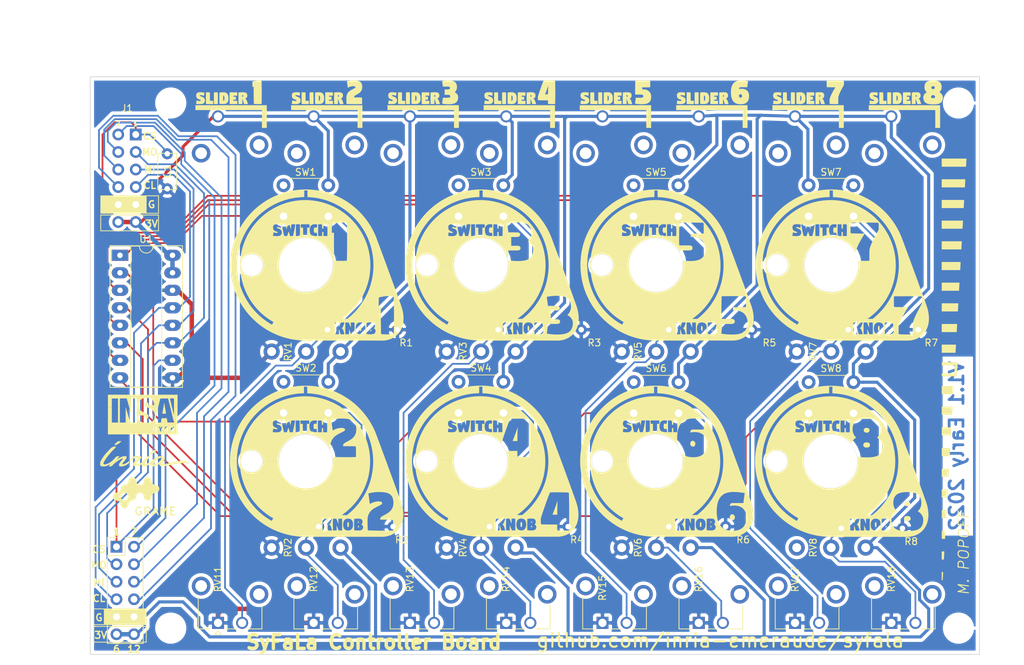
<source format=kicad_pcb>
(kicad_pcb (version 20171130) (host pcbnew 5.1.5+dfsg1-2build2)
  (layers (0 F.Cu signal) (31 B.Cu signal) (34 B.Paste user) (35 F.Paste user) (36 B.SilkS user) (37 F.SilkS user) (38 B.Mask user) (39 F.Mask user) (44 Edge.Cuts user))
  (net 0 "")
  (net 1 "Net-(C1-Pad2)")
  (net 2 VCC)
  (net 3 GND)
  (net 4 "Net-(J1-Pad8)")
  (net 5 "Net-(J1-Pad7)")
  (net 6 "Net-(J1-Pad4)")
  (net 7 "Net-(J1-Pad3)")
  (net 8 "Net-(J1-Pad2)")
  (net 9 "Net-(R1-Pad1)")
  (net 10 "Net-(R2-Pad1)")
  (net 11 "Net-(R3-Pad1)")
  (net 12 "Net-(R4-Pad1)")
  (net 13 "Net-(R5-Pad1)")
  (net 14 "Net-(R6-Pad1)")
  (net 15 "Net-(R7-Pad1)")
  (net 16 "Net-(R8-Pad1)")
  (net 17 "Net-(J1-Pad5)")
  (net 18 "Net-(J1-Pad6)")
  (net 19 "Net-(RV8-Pad3)")
  (module Connector_PinHeader_2.54mm:PinHeader_2x06_P2.54mm_Horizontal (layer F.Cu) (at 43.942 26.924)
    (fp_text reference J1 (at 3.81 -5.08 180) (layer F.SilkS))
    (fp_text value Conn_02x06_Odd_Even)
    (pad 1 thru_hole rect (at 5.08 -1.27) (size 1.7 1.7) (drill 1) (layers *.Cu *.Mask) (net 1 "Net-(C1-Pad2)"))
    (pad 2 thru_hole oval (at 2.54 -1.27) (size 1.7 1.7) (drill 1) (layers *.Cu *.Mask) (net 8 "Net-(J1-Pad2)"))
    (pad 3 thru_hole oval (at 5.08 1.27) (size 1.7 1.7) (drill 1) (layers *.Cu *.Mask) (net 7 "Net-(J1-Pad3)"))
    (pad 4 thru_hole oval (at 2.54 1.27) (size 1.7 1.7) (drill 1) (layers *.Cu *.Mask) (net 6 "Net-(J1-Pad4)"))
    (pad 5 thru_hole oval (at 5.08 3.81) (size 1.7 1.7) (drill 1) (layers *.Cu *.Mask) (net 17 "Net-(J1-Pad5)"))
    (pad 6 thru_hole oval (at 2.54 3.81) (size 1.7 1.7) (drill 1) (layers *.Cu *.Mask) (net 18 "Net-(J1-Pad6)"))
    (pad 7 thru_hole oval (at 5.08 6.35) (size 1.7 1.7) (drill 1) (layers *.Cu *.Mask) (net 5 "Net-(J1-Pad7)"))
    (pad 8 thru_hole oval (at 2.54 6.35) (size 1.7 1.7) (drill 1) (layers *.Cu *.Mask) (net 4 "Net-(J1-Pad8)"))
    (pad 9 thru_hole oval (at 5.08 8.89) (size 1.7 1.7) (drill 1) (layers *.Cu *.Mask) (net 3 GND))
    (pad 10 thru_hole oval (at 2.54 8.89) (size 1.7 1.7) (drill 1) (layers *.Cu *.Mask) (net 3 GND))
    (pad 11 thru_hole oval (at 5.08 11.43) (size 1.7 1.7) (drill 1) (layers *.Cu *.Mask) (net 2 VCC))
    (pad 12 thru_hole oval (at 2.54 11.43) (size 1.7 1.7) (drill 1) (layers *.Cu *.Mask) (net 2 VCC))
  )
  (module MountingHole:MountingHole_8.4mm_M8 (layer F.Cu) (at 149.86 73.0504)
    (fp_text reference REF** hide)
    (fp_text value MountingHole_7.7)
    (pad "" np_thru_hole circle (at 0 0) (size 7.7 7.7) (drill 7.7) (layers *.Cu *.Mask))
  )
  (module MountingHole:MountingHole_8.4mm_M8 (layer F.Cu) (at 124.46 73.0504)
    (fp_text reference REF** hide)
    (fp_text value MountingHole_7.7)
    (pad "" np_thru_hole circle (at 0 0) (size 7.7 7.7) (drill 7.7) (layers *.Cu *.Mask))
  )
  (module MountingHole:MountingHole_8.4mm_M8 (layer F.Cu) (at 99.06 73.0504)
    (fp_text reference REF** hide)
    (fp_text value MountingHole_7.7)
    (pad "" np_thru_hole circle (at 0 0) (size 7.7 7.7) (drill 7.7) (layers *.Cu *.Mask))
  )
  (module MountingHole:MountingHole_8.4mm_M8 (layer F.Cu) (at 73.66 73.1012)
    (fp_text reference REF** hide)
    (fp_text value MountingHole_7.7)
    (pad "" np_thru_hole circle (at 0 0) (size 7.7 7.7) (drill 7.7) (layers *.Cu *.Mask))
  )
  (module MountingHole:MountingHole_8.4mm_M8 (layer F.Cu) (at 149.9616 44.6024)
    (fp_text reference REF** hide)
    (fp_text value MountingHole_7.7)
    (pad "" np_thru_hole circle (at 0 0) (size 7.7 7.7) (drill 7.7) (layers *.Cu *.Mask))
  )
  (module MountingHole:MountingHole_8.4mm_M8 (layer F.Cu) (at 124.5108 44.6024)
    (fp_text reference REF** hide)
    (fp_text value MountingHole_7.7)
    (pad "" np_thru_hole circle (at 0 0) (size 7.7 7.7) (drill 7.7) (layers *.Cu *.Mask))
  )
  (module MountingHole:MountingHole_8.4mm_M8 (layer F.Cu) (at 99.1235 44.577)
    (fp_text reference REF** hide)
    (fp_text value MountingHole_7.7)
    (pad "" np_thru_hole circle (at 0 0) (size 7.7 7.7) (drill 7.7) (layers *.Cu *.Mask))
  )
  (module MountingHole:MountingHole_8.4mm_M8 (layer F.Cu) (at 73.7108 44.577)
    (fp_text reference REF** hide)
    (fp_text value MountingHole_7.7)
    (pad "" np_thru_hole circle (at 0 0) (size 7.7 7.7) (drill 7.7) (layers *.Cu *.Mask))
  )
  (module MountingHole:MountingHole_3.5mm (layer F.Cu) (at 168.402 21.082)
    (fp_text reference REF** hide)
    (fp_text value MountingHole_3.5mm)
    (pad 1 np_thru_hole circle (at 0 0) (size 3.5 3.5) (drill 3.5) (layers *.Cu *.Mask))
  )
  (module MountingHole:MountingHole_3.5mm (layer F.Cu) (at 168.402 97.282)
    (fp_text reference REF** hide)
    (fp_text value MountingHole_3.5mm)
    (pad 1 np_thru_hole circle (at 0 0) (size 3.5 3.5) (drill 3.5) (layers *.Cu *.Mask))
  )
  (module MountingHole:MountingHole_3.5mm (layer F.Cu) (at 54.102 97.282)
    (fp_text reference REF** hide)
    (fp_text value MountingHole_3.5mm)
    (pad 1 np_thru_hole circle (at 0 0) (size 3.5 3.5) (drill 3.5) (layers *.Cu *.Mask))
  )
  (module MountingHole:MountingHole_3.5mm (layer F.Cu) (at 54.102 21.082)
    (fp_text reference REF** hide)
    (fp_text value MountingHole_3.5mm)
    (pad 1 np_thru_hole circle (at 0 0) (size 3.5 3.5) (drill 3.5) (layers *.Cu *.Mask))
  )
  (module grame (layer F.Cu) (at 49.0855 77.6605)
    (fp_text reference svg2mod hide)
    (fp_text value G*** hide)
  )
  (module inria (layer F.Cu) (at 50.2285 72.009)
    (fp_text reference svg2mod hide)
    (fp_text value G*** hide)
  )
  (module INSA (layer F.Cu) (at 50.038 66.294)
    (fp_text reference svg2mod hide)
    (fp_text value G*** hide)
  )
  (module Potentiometer_THT:Potentiometer_Bourns_PTA6043_Single_Slide (layer F.Cu) (at 116.75 96.52 90)
    (fp_text reference RV15 (at 5.08 0 90) (layer F.SilkS))
    (fp_text value 10k)
    (pad 1 thru_hole rect (at 0 0 90) (size 1.75 1.75) (drill 1.2) (layers *.Cu *.Mask) (net 3 GND))
    (pad 2 thru_hole circle (at 0 3.5 90) (size 1.75 1.75) (drill 1.2) (layers *.Cu *.Mask) (net 13 "Net-(R5-Pad1)"))
    (pad 3 thru_hole circle (at 73.5 0 90) (size 1.75 1.75) (drill 1.2) (layers *.Cu *.Mask) (net 2 VCC))
    (pad MP thru_hole circle (at 5.35 -2.45 90) (size 2.7 2.7) (drill 1.7) (layers *.Cu *.Mask))
    (pad MP thru_hole circle (at 68.15 -2.45 90) (size 2.7 2.7) (drill 1.7) (layers *.Cu *.Mask))
    (pad MP thru_hole circle (at 4.15 5.95 90) (size 2.7 2.7) (drill 1.7) (layers *.Cu *.Mask))
    (pad MP thru_hole circle (at 69.35 5.95 90) (size 2.7 2.7) (drill 1.7) (layers *.Cu *.Mask))
  )
  (module Potentiometer_THT:Potentiometer_Bourns_PTA6043_Single_Slide (layer F.Cu) (at 102.78 96.52 90)
    (fp_text reference RV14 (at 6.35 0 90) (layer F.SilkS))
    (fp_text value 10k)
    (pad 1 thru_hole rect (at 0 0 90) (size 1.75 1.75) (drill 1.2) (layers *.Cu *.Mask) (net 3 GND))
    (pad 2 thru_hole circle (at 0 3.5 90) (size 1.75 1.75) (drill 1.2) (layers *.Cu *.Mask) (net 12 "Net-(R4-Pad1)"))
    (pad 3 thru_hole circle (at 73.5 0 90) (size 1.75 1.75) (drill 1.2) (layers *.Cu *.Mask) (net 2 VCC))
    (pad MP thru_hole circle (at 5.35 -2.45 90) (size 2.7 2.7) (drill 1.7) (layers *.Cu *.Mask))
    (pad MP thru_hole circle (at 68.15 -2.45 90) (size 2.7 2.7) (drill 1.7) (layers *.Cu *.Mask))
    (pad MP thru_hole circle (at 4.15 5.95 90) (size 2.7 2.7) (drill 1.7) (layers *.Cu *.Mask))
    (pad MP thru_hole circle (at 69.35 5.95 90) (size 2.7 2.7) (drill 1.7) (layers *.Cu *.Mask))
  )
  (module Potentiometer_THT:Potentiometer_Bourns_PTA6043_Single_Slide (layer F.Cu) (at 74.84 96.52 90)
    (fp_text reference RV12 (at 6.35 0 90) (layer F.SilkS))
    (fp_text value 10k)
    (pad 1 thru_hole rect (at 0 0 90) (size 1.75 1.75) (drill 1.2) (layers *.Cu *.Mask) (net 3 GND))
    (pad 2 thru_hole circle (at 0 3.5 90) (size 1.75 1.75) (drill 1.2) (layers *.Cu *.Mask) (net 10 "Net-(R2-Pad1)"))
    (pad 3 thru_hole circle (at 73.5 0 90) (size 1.75 1.75) (drill 1.2) (layers *.Cu *.Mask) (net 2 VCC))
    (pad MP thru_hole circle (at 5.35 -2.45 90) (size 2.7 2.7) (drill 1.7) (layers *.Cu *.Mask))
    (pad MP thru_hole circle (at 68.15 -2.45 90) (size 2.7 2.7) (drill 1.7) (layers *.Cu *.Mask))
    (pad MP thru_hole circle (at 4.15 5.95 90) (size 2.7 2.7) (drill 1.7) (layers *.Cu *.Mask))
    (pad MP thru_hole circle (at 69.35 5.95 90) (size 2.7 2.7) (drill 1.7) (layers *.Cu *.Mask))
  )
  (module Potentiometer_THT:Potentiometer_Bourns_PTA6043_Single_Slide (layer F.Cu) (at 88.81 96.52 90)
    (fp_text reference RV13 (at 6.35 0 90) (layer F.SilkS))
    (fp_text value 10k)
    (pad 1 thru_hole rect (at 0 0 90) (size 1.75 1.75) (drill 1.2) (layers *.Cu *.Mask) (net 3 GND))
    (pad 2 thru_hole circle (at 0 3.5 90) (size 1.75 1.75) (drill 1.2) (layers *.Cu *.Mask) (net 11 "Net-(R3-Pad1)"))
    (pad 3 thru_hole circle (at 73.5 0 90) (size 1.75 1.75) (drill 1.2) (layers *.Cu *.Mask) (net 2 VCC))
    (pad MP thru_hole circle (at 5.35 -2.45 90) (size 2.7 2.7) (drill 1.7) (layers *.Cu *.Mask))
    (pad MP thru_hole circle (at 68.15 -2.45 90) (size 2.7 2.7) (drill 1.7) (layers *.Cu *.Mask))
    (pad MP thru_hole circle (at 4.15 5.95 90) (size 2.7 2.7) (drill 1.7) (layers *.Cu *.Mask))
    (pad MP thru_hole circle (at 69.35 5.95 90) (size 2.7 2.7) (drill 1.7) (layers *.Cu *.Mask))
  )
  (module Potentiometer_THT:Potentiometer_Bourns_PTA6043_Single_Slide (layer F.Cu) (at 144.69 96.52 90)
    (fp_text reference RV17 (at 6.35 0 90) (layer F.SilkS))
    (fp_text value 10k)
    (pad 1 thru_hole rect (at 0 0 90) (size 1.75 1.75) (drill 1.2) (layers *.Cu *.Mask) (net 3 GND))
    (pad 2 thru_hole circle (at 0 3.5 90) (size 1.75 1.75) (drill 1.2) (layers *.Cu *.Mask) (net 15 "Net-(R7-Pad1)"))
    (pad 3 thru_hole circle (at 73.5 0 90) (size 1.75 1.75) (drill 1.2) (layers *.Cu *.Mask) (net 2 VCC))
    (pad MP thru_hole circle (at 5.35 -2.45 90) (size 2.7 2.7) (drill 1.7) (layers *.Cu *.Mask))
    (pad MP thru_hole circle (at 68.15 -2.45 90) (size 2.7 2.7) (drill 1.7) (layers *.Cu *.Mask))
    (pad MP thru_hole circle (at 4.15 5.95 90) (size 2.7 2.7) (drill 1.7) (layers *.Cu *.Mask))
    (pad MP thru_hole circle (at 69.35 5.95 90) (size 2.7 2.7) (drill 1.7) (layers *.Cu *.Mask))
  )
  (module Potentiometer_THT:Potentiometer_Bourns_PTA6043_Single_Slide (layer F.Cu) (at 130.72 96.52 90)
    (fp_text reference RV16 (at 6.35 0 90) (layer F.SilkS))
    (fp_text value 10k)
    (pad 1 thru_hole rect (at 0 0 90) (size 1.75 1.75) (drill 1.2) (layers *.Cu *.Mask) (net 3 GND))
    (pad 2 thru_hole circle (at 0 3.5 90) (size 1.75 1.75) (drill 1.2) (layers *.Cu *.Mask) (net 14 "Net-(R6-Pad1)"))
    (pad 3 thru_hole circle (at 73.5 0 90) (size 1.75 1.75) (drill 1.2) (layers *.Cu *.Mask) (net 2 VCC))
    (pad MP thru_hole circle (at 5.35 -2.45 90) (size 2.7 2.7) (drill 1.7) (layers *.Cu *.Mask))
    (pad MP thru_hole circle (at 68.15 -2.45 90) (size 2.7 2.7) (drill 1.7) (layers *.Cu *.Mask))
    (pad MP thru_hole circle (at 4.15 5.95 90) (size 2.7 2.7) (drill 1.7) (layers *.Cu *.Mask))
    (pad MP thru_hole circle (at 69.35 5.95 90) (size 2.7 2.7) (drill 1.7) (layers *.Cu *.Mask))
  )
  (module Potentiometer_THT:Potentiometer_Bourns_PTA6043_Single_Slide (layer F.Cu) (at 158.66 96.52 90)
    (fp_text reference RV18 (at 6.35 0 90) (layer F.SilkS))
    (fp_text value 10k)
    (pad 1 thru_hole rect (at 0 0 90) (size 1.75 1.75) (drill 1.2) (layers *.Cu *.Mask) (net 3 GND))
    (pad 2 thru_hole circle (at 0 3.5 90) (size 1.75 1.75) (drill 1.2) (layers *.Cu *.Mask) (net 16 "Net-(R8-Pad1)"))
    (pad 3 thru_hole circle (at 73.5 0 90) (size 1.75 1.75) (drill 1.2) (layers *.Cu *.Mask) (net 2 VCC))
    (pad MP thru_hole circle (at 5.35 -2.45 90) (size 2.7 2.7) (drill 1.7) (layers *.Cu *.Mask))
    (pad MP thru_hole circle (at 68.15 -2.45 90) (size 2.7 2.7) (drill 1.7) (layers *.Cu *.Mask))
    (pad MP thru_hole circle (at 4.15 5.95 90) (size 2.7 2.7) (drill 1.7) (layers *.Cu *.Mask))
    (pad MP thru_hole circle (at 69.35 5.95 90) (size 2.7 2.7) (drill 1.7) (layers *.Cu *.Mask))
  )
  (module MountingHole:MountingHole_3mm (layer F.Cu) (at 116.7384 73.0504)
    (fp_text reference REF** hide)
    (fp_text value MountingHole_3mm)
    (pad 1 np_thru_hole circle (at 0 0) (size 3 3) (drill 3) (layers *.Cu *.Mask))
  )
  (module MountingHole:MountingHole_3mm (layer F.Cu) (at 142.0876 73.0504)
    (fp_text reference REF** hide)
    (fp_text value MountingHole_3mm)
    (pad 1 np_thru_hole circle (at 0 0) (size 3 3) (drill 3) (layers *.Cu *.Mask))
  )
  (module MountingHole:MountingHole_3mm (layer F.Cu) (at 142.0876 44.6024)
    (fp_text reference REF** hide)
    (fp_text value MountingHole_3mm)
    (pad 1 np_thru_hole circle (at 0 0) (size 3 3) (drill 3) (layers *.Cu *.Mask))
  )
  (module MountingHole:MountingHole_3mm (layer F.Cu) (at 116.6876 44.6024)
    (fp_text reference REF** hide)
    (fp_text value MountingHole_3mm)
    (pad 1 np_thru_hole circle (at 0 0) (size 3 3) (drill 3) (layers *.Cu *.Mask))
  )
  (module MountingHole:MountingHole_3mm (layer F.Cu) (at 91.2876 44.6024)
    (fp_text reference REF** hide)
    (fp_text value MountingHole_3mm)
    (pad 1 np_thru_hole circle (at 0 0) (size 3 3) (drill 3) (layers *.Cu *.Mask))
  )
  (module MountingHole:MountingHole_3mm (layer F.Cu) (at 91.2876 73.0504)
    (fp_text reference REF** hide)
    (fp_text value MountingHole_3mm)
    (pad 1 np_thru_hole circle (at 0 0) (size 3 3) (drill 3) (layers *.Cu *.Mask))
  )
  (module MountingHole:MountingHole_3mm (layer F.Cu) (at 65.8876 73.0504)
    (fp_text reference REF** hide)
    (fp_text value MountingHole_3mm)
    (pad 1 np_thru_hole circle (at 0 0) (size 3 3) (drill 3) (layers *.Cu *.Mask))
  )
  (module MountingHole:MountingHole_3mm (layer F.Cu) (at 65.8876 44.6024)
    (fp_text reference REF** hide)
    (fp_text value MountingHole_3mm)
    (pad 1 np_thru_hole circle (at 0 0) (size 3 3) (drill 3) (layers *.Cu *.Mask))
  )
  (module Resistor_THT:R_Axial_DIN0207_L6.3mm_D2.5mm_P10.16mm_Horizontal (layer F.Cu) (at 126.365 53.975)
    (fp_text reference R5 (at 14.605 1.905) (layer F.SilkS))
    (fp_text value 10k)
    (pad 2 thru_hole oval (at 12.065 0) (size 1.6 1.6) (drill 0.8) (layers *.Cu *.Mask) (net 3 GND))
    (pad 1 thru_hole circle (at 0 0) (size 1.6 1.6) (drill 0.8) (layers *.Cu *.Mask) (net 13 "Net-(R5-Pad1)"))
  )
  (module Resistor_THT:R_Axial_DIN0207_L6.3mm_D2.5mm_P7.62mm_Horizontal (layer F.Cu) (at 151.384 82.804)
    (fp_text reference R8 (at 10.16 1.905) (layer F.SilkS))
    (fp_text value 10k)
    (pad 2 thru_hole oval (at 8.89 0) (size 1.6 1.6) (drill 0.8) (layers *.Cu *.Mask) (net 3 GND))
    (pad 1 thru_hole circle (at 0 0) (size 1.6 1.6) (drill 0.8) (layers *.Cu *.Mask) (net 16 "Net-(R8-Pad1)"))
  )
  (module Resistor_THT:R_Axial_DIN0207_L6.3mm_D2.5mm_P7.62mm_Horizontal (layer F.Cu) (at 126.365 82.55)
    (fp_text reference R6 (at 10.795 1.905) (layer F.SilkS))
    (fp_text value 10k)
    (pad 2 thru_hole oval (at 8.255 0) (size 1.6 1.6) (drill 0.8) (layers *.Cu *.Mask) (net 3 GND))
    (pad 1 thru_hole circle (at 0 0) (size 1.6 1.6) (drill 0.8) (layers *.Cu *.Mask) (net 14 "Net-(R6-Pad1)"))
  )
  (module Resistor_THT:R_Axial_DIN0207_L6.3mm_D2.5mm_P7.62mm_Horizontal (layer F.Cu) (at 100.33 82.55)
    (fp_text reference R4 (at 12.7 1.905) (layer F.SilkS))
    (fp_text value 10k)
    (pad 2 thru_hole oval (at 11.43 0) (size 1.6 1.6) (drill 0.8) (layers *.Cu *.Mask) (net 3 GND))
    (pad 1 thru_hole circle (at 0 0) (size 1.6 1.6) (drill 0.8) (layers *.Cu *.Mask) (net 12 "Net-(R4-Pad1)"))
  )
  (module Resistor_THT:R_Axial_DIN0207_L6.3mm_D2.5mm_P7.62mm_Horizontal (layer F.Cu) (at 75.565 82.55)
    (fp_text reference R2 (at 12.065 1.905) (layer F.SilkS))
    (fp_text value 10k)
    (pad 2 thru_hole oval (at 10.795 0) (size 1.6 1.6) (drill 0.8) (layers *.Cu *.Mask) (net 3 GND))
    (pad 1 thru_hole circle (at 0 0) (size 1.6 1.6) (drill 0.8) (layers *.Cu *.Mask) (net 10 "Net-(R2-Pad1)"))
  )
  (module Resistor_THT:R_Axial_DIN0207_L6.3mm_D2.5mm_P10.16mm_Horizontal (layer F.Cu) (at 152.4 53.975)
    (fp_text reference R7 (at 12.065 1.905) (layer F.SilkS))
    (fp_text value 10k)
    (pad 2 thru_hole oval (at 10.16 0) (size 1.6 1.6) (drill 0.8) (layers *.Cu *.Mask) (net 3 GND))
    (pad 1 thru_hole circle (at 0 0) (size 1.6 1.6) (drill 0.8) (layers *.Cu *.Mask) (net 15 "Net-(R7-Pad1)"))
  )
  (module Resistor_THT:R_Axial_DIN0207_L6.3mm_D2.5mm_P10.16mm_Horizontal (layer F.Cu) (at 101.6 53.975)
    (fp_text reference R3 (at 13.97 1.905) (layer F.SilkS))
    (fp_text value 10k)
    (pad 2 thru_hole oval (at 12.065 0) (size 1.6 1.6) (drill 0.8) (layers *.Cu *.Mask) (net 3 GND))
    (pad 1 thru_hole circle (at 0 0) (size 1.6 1.6) (drill 0.8) (layers *.Cu *.Mask) (net 11 "Net-(R3-Pad1)"))
  )
  (module Resistor_THT:R_Axial_DIN0207_L6.3mm_D2.5mm_P10.16mm_Horizontal (layer F.Cu) (at 76.835 53.975)
    (fp_text reference R1 (at 11.43 1.905) (layer F.SilkS))
    (fp_text value 10k)
    (pad 2 thru_hole oval (at 10.16 0) (size 1.6 1.6) (drill 0.8) (layers *.Cu *.Mask) (net 3 GND))
    (pad 1 thru_hole circle (at 0 0) (size 1.6 1.6) (drill 0.8) (layers *.Cu *.Mask) (net 9 "Net-(R1-Pad1)"))
  )
  (module Button_Switch_THT:SW_PUSH_6mm (layer F.Cu) (at 146.662 61.595)
    (fp_text reference SW8 (at 3.25 -2) (layer F.SilkS))
    (fp_text value SW_Push)
    (pad 1 thru_hole circle (at 6.5 0 90) (size 2 2) (drill 1.1) (layers *.Cu *.Mask) (net 2 VCC))
    (pad 2 thru_hole circle (at 6.5 4.5 90) (size 2 2) (drill 1.1) (layers *.Cu *.Mask) (net 16 "Net-(R8-Pad1)"))
    (pad 1 thru_hole circle (at 0 0 90) (size 2 2) (drill 1.1) (layers *.Cu *.Mask) (net 2 VCC))
    (pad 2 thru_hole circle (at 0 4.5 90) (size 2 2) (drill 1.1) (layers *.Cu *.Mask) (net 16 "Net-(R8-Pad1)"))
  )
  (module Button_Switch_THT:SW_PUSH_6mm (layer F.Cu) (at 121.285 61.595)
    (fp_text reference SW6 (at 3.25 -2) (layer F.SilkS))
    (fp_text value SW_Push)
    (pad 1 thru_hole circle (at 6.5 0 90) (size 2 2) (drill 1.1) (layers *.Cu *.Mask) (net 2 VCC))
    (pad 2 thru_hole circle (at 6.5 4.5 90) (size 2 2) (drill 1.1) (layers *.Cu *.Mask) (net 14 "Net-(R6-Pad1)"))
    (pad 1 thru_hole circle (at 0 0 90) (size 2 2) (drill 1.1) (layers *.Cu *.Mask) (net 2 VCC))
    (pad 2 thru_hole circle (at 0 4.5 90) (size 2 2) (drill 1.1) (layers *.Cu *.Mask) (net 14 "Net-(R6-Pad1)"))
  )
  (module Button_Switch_THT:SW_PUSH_6mm (layer F.Cu) (at 95.862 61.54)
    (fp_text reference SW4 (at 3.25 -2) (layer F.SilkS))
    (fp_text value SW_Push)
    (pad 1 thru_hole circle (at 6.5 0 90) (size 2 2) (drill 1.1) (layers *.Cu *.Mask) (net 2 VCC))
    (pad 2 thru_hole circle (at 6.5 4.5 90) (size 2 2) (drill 1.1) (layers *.Cu *.Mask) (net 12 "Net-(R4-Pad1)"))
    (pad 1 thru_hole circle (at 0 0 90) (size 2 2) (drill 1.1) (layers *.Cu *.Mask) (net 2 VCC))
    (pad 2 thru_hole circle (at 0 4.5 90) (size 2 2) (drill 1.1) (layers *.Cu *.Mask) (net 12 "Net-(R4-Pad1)"))
  )
  (module Button_Switch_THT:SW_PUSH_6mm (layer F.Cu) (at 70.462 61.54)
    (fp_text reference SW2 (at 3.25 -2) (layer F.SilkS))
    (fp_text value SW_Push)
    (pad 1 thru_hole circle (at 6.5 0 90) (size 2 2) (drill 1.1) (layers *.Cu *.Mask) (net 2 VCC))
    (pad 2 thru_hole circle (at 6.5 4.5 90) (size 2 2) (drill 1.1) (layers *.Cu *.Mask) (net 10 "Net-(R2-Pad1)"))
    (pad 1 thru_hole circle (at 0 0 90) (size 2 2) (drill 1.1) (layers *.Cu *.Mask) (net 2 VCC))
    (pad 2 thru_hole circle (at 0 4.5 90) (size 2 2) (drill 1.1) (layers *.Cu *.Mask) (net 10 "Net-(R2-Pad1)"))
  )
  (module Potentiometer_THT:Potentiometer_Omeg_PC16BU_Vertical (layer F.Cu) (at 104.14 57.15 90)
    (fp_text reference RV3 (at 0 -7.62 90) (layer F.SilkS))
    (fp_text value 10k)
    (pad 1 thru_hole circle (at 0 0 90) (size 2.34 2.34) (drill 1.3) (layers *.Cu *.Mask) (net 2 VCC))
    (pad 2 thru_hole circle (at 0 -5 90) (size 2.34 2.34) (drill 1.3) (layers *.Cu *.Mask) (net 11 "Net-(R3-Pad1)"))
    (pad 3 thru_hole circle (at 0 -10 90) (size 2.34 2.34) (drill 1.3) (layers *.Cu *.Mask) (net 3 GND))
  )
  (module Potentiometer_THT:Potentiometer_Omeg_PC16BU_Vertical (layer F.Cu) (at 78.74 57.15 90)
    (fp_text reference RV1 (at 0 -7.62 90) (layer F.SilkS))
    (fp_text value 10k)
    (pad 1 thru_hole circle (at 0 0 90) (size 2.34 2.34) (drill 1.3) (layers *.Cu *.Mask) (net 2 VCC))
    (pad 2 thru_hole circle (at 0 -5 90) (size 2.34 2.34) (drill 1.3) (layers *.Cu *.Mask) (net 9 "Net-(R1-Pad1)"))
    (pad 3 thru_hole circle (at 0 -10 90) (size 2.34 2.34) (drill 1.3) (layers *.Cu *.Mask) (net 3 GND))
  )
  (module Button_Switch_THT:SW_PUSH_6mm (layer F.Cu) (at 146.662 33.02)
    (fp_text reference SW7 (at 3.25 -1.905) (layer F.SilkS))
    (fp_text value SW_Push)
    (pad 2 thru_hole circle (at 0 4.5 90) (size 2 2) (drill 1.1) (layers *.Cu *.Mask) (net 15 "Net-(R7-Pad1)"))
    (pad 1 thru_hole circle (at 0 0 90) (size 2 2) (drill 1.1) (layers *.Cu *.Mask) (net 2 VCC))
    (pad 2 thru_hole circle (at 6.5 4.5 90) (size 2 2) (drill 1.1) (layers *.Cu *.Mask) (net 15 "Net-(R7-Pad1)"))
    (pad 1 thru_hole circle (at 6.5 0 90) (size 2 2) (drill 1.1) (layers *.Cu *.Mask) (net 2 VCC))
  )
  (module Button_Switch_THT:SW_PUSH_6mm (layer F.Cu) (at 121.262 33.02)
    (fp_text reference SW5 (at 3.25 -1.905) (layer F.SilkS))
    (fp_text value SW_Push)
    (pad 1 thru_hole circle (at 6.5 0 90) (size 2 2) (drill 1.1) (layers *.Cu *.Mask) (net 2 VCC))
    (pad 2 thru_hole circle (at 6.5 4.5 90) (size 2 2) (drill 1.1) (layers *.Cu *.Mask) (net 13 "Net-(R5-Pad1)"))
    (pad 1 thru_hole circle (at 0 0 90) (size 2 2) (drill 1.1) (layers *.Cu *.Mask) (net 2 VCC))
    (pad 2 thru_hole circle (at 0 4.5 90) (size 2 2) (drill 1.1) (layers *.Cu *.Mask) (net 13 "Net-(R5-Pad1)"))
  )
  (module Button_Switch_THT:SW_PUSH_6mm (layer F.Cu) (at 95.862 33.02)
    (fp_text reference SW3 (at 3.25 -1.905) (layer F.SilkS))
    (fp_text value SW_Push)
    (pad 1 thru_hole circle (at 6.5 0 90) (size 2 2) (drill 1.1) (layers *.Cu *.Mask) (net 2 VCC))
    (pad 2 thru_hole circle (at 6.5 4.5 90) (size 2 2) (drill 1.1) (layers *.Cu *.Mask) (net 11 "Net-(R3-Pad1)"))
    (pad 1 thru_hole circle (at 0 0 90) (size 2 2) (drill 1.1) (layers *.Cu *.Mask) (net 2 VCC))
    (pad 2 thru_hole circle (at 0 4.5 90) (size 2 2) (drill 1.1) (layers *.Cu *.Mask) (net 11 "Net-(R3-Pad1)"))
  )
  (module Button_Switch_THT:SW_PUSH_6mm (layer F.Cu) (at 70.462 33.02)
    (fp_text reference SW1 (at 3.198 -1.905) (layer F.SilkS))
    (fp_text value SW_Push)
    (pad 1 thru_hole circle (at 6.5 0 90) (size 2 2) (drill 1.1) (layers *.Cu *.Mask) (net 2 VCC))
    (pad 2 thru_hole circle (at 6.5 4.5 90) (size 2 2) (drill 1.1) (layers *.Cu *.Mask) (net 9 "Net-(R1-Pad1)"))
    (pad 1 thru_hole circle (at 0 0 90) (size 2 2) (drill 1.1) (layers *.Cu *.Mask) (net 2 VCC))
    (pad 2 thru_hole circle (at 0 4.5 90) (size 2 2) (drill 1.1) (layers *.Cu *.Mask) (net 9 "Net-(R1-Pad1)"))
  )
  (module Potentiometer_THT:Potentiometer_Omeg_PC16BU_Vertical (layer F.Cu) (at 129.54 85.598 90)
    (fp_text reference RV6 (at 0 -7.62 90) (layer F.SilkS))
    (fp_text value 10k)
    (pad 3 thru_hole circle (at 0 -10 90) (size 2.34 2.34) (drill 1.3) (layers *.Cu *.Mask) (net 3 GND))
    (pad 2 thru_hole circle (at 0 -5 90) (size 2.34 2.34) (drill 1.3) (layers *.Cu *.Mask) (net 14 "Net-(R6-Pad1)"))
    (pad 1 thru_hole circle (at 0 0 90) (size 2.34 2.34) (drill 1.3) (layers *.Cu *.Mask) (net 2 VCC))
  )
  (module Potentiometer_THT:Potentiometer_Omeg_PC16BU_Vertical (layer F.Cu) (at 104.14 85.598 90)
    (fp_text reference RV4 (at 0 -7.62 90) (layer F.SilkS))
    (fp_text value 10k)
    (pad 1 thru_hole circle (at 0 0 90) (size 2.34 2.34) (drill 1.3) (layers *.Cu *.Mask) (net 2 VCC))
    (pad 2 thru_hole circle (at 0 -5 90) (size 2.34 2.34) (drill 1.3) (layers *.Cu *.Mask) (net 12 "Net-(R4-Pad1)"))
    (pad 3 thru_hole circle (at 0 -10 90) (size 2.34 2.34) (drill 1.3) (layers *.Cu *.Mask) (net 3 GND))
  )
  (module Potentiometer_THT:Potentiometer_Omeg_PC16BU_Vertical (layer F.Cu) (at 78.74 85.598 90)
    (fp_text reference RV2 (at 0 -7.62 90) (layer F.SilkS))
    (fp_text value 10k)
    (pad 1 thru_hole circle (at 0 0 90) (size 2.34 2.34) (drill 1.3) (layers *.Cu *.Mask) (net 2 VCC))
    (pad 2 thru_hole circle (at 0 -5 90) (size 2.34 2.34) (drill 1.3) (layers *.Cu *.Mask) (net 10 "Net-(R2-Pad1)"))
    (pad 3 thru_hole circle (at 0 -10 90) (size 2.34 2.34) (drill 1.3) (layers *.Cu *.Mask) (net 3 GND))
  )
  (module Potentiometer_THT:Potentiometer_Omeg_PC16BU_Vertical (layer F.Cu) (at 154.94 85.598 90)
    (fp_text reference RV8 (at 0 -7.62 90) (layer F.SilkS))
    (fp_text value 10k)
    (pad 1 thru_hole circle (at 0 0 90) (size 2.34 2.34) (drill 1.3) (layers *.Cu *.Mask) (net 2 VCC))
    (pad 2 thru_hole circle (at 0 -5 90) (size 2.34 2.34) (drill 1.3) (layers *.Cu *.Mask) (net 16 "Net-(R8-Pad1)"))
    (pad 3 thru_hole circle (at 0 -10 90) (size 2.34 2.34) (drill 1.3) (layers *.Cu *.Mask) (net 19 "Net-(RV8-Pad3)"))
  )
  (module Potentiometer_THT:Potentiometer_Omeg_PC16BU_Vertical (layer F.Cu) (at 154.94 57.15 90)
    (fp_text reference RV7 (at 0 -7.62 90) (layer F.SilkS))
    (fp_text value 10k)
    (pad 1 thru_hole circle (at 0 0 90) (size 2.34 2.34) (drill 1.3) (layers *.Cu *.Mask) (net 2 VCC))
    (pad 2 thru_hole circle (at 0 -5 90) (size 2.34 2.34) (drill 1.3) (layers *.Cu *.Mask) (net 15 "Net-(R7-Pad1)"))
    (pad 3 thru_hole circle (at 0 -10 90) (size 2.34 2.34) (drill 1.3) (layers *.Cu *.Mask) (net 3 GND))
  )
  (module Potentiometer_THT:Potentiometer_Omeg_PC16BU_Vertical (layer F.Cu) (at 129.54 57.15 90)
    (fp_text reference RV5 (at 0 -7.62 90) (layer F.SilkS))
    (fp_text value 10k)
    (pad 1 thru_hole circle (at 0 0 90) (size 2.34 2.34) (drill 1.3) (layers *.Cu *.Mask) (net 2 VCC))
    (pad 2 thru_hole circle (at 0 -5 90) (size 2.34 2.34) (drill 1.3) (layers *.Cu *.Mask) (net 13 "Net-(R5-Pad1)"))
    (pad 3 thru_hole circle (at 0 -10 90) (size 2.34 2.34) (drill 1.3) (layers *.Cu *.Mask) (net 3 GND))
  )
  (module Potentiometer_THT:Potentiometer_Bourns_PTA6043_Single_Slide (layer F.Cu) (at 60.96 96.52 90)
    (fp_text reference RV11 (at 6.35 0 90) (layer F.SilkS))
    (fp_text value 10k)
    (pad 1 thru_hole rect (at 0 0 90) (size 1.75 1.75) (drill 1.2) (layers *.Cu *.Mask) (net 3 GND))
    (pad 2 thru_hole circle (at 0 3.5 90) (size 1.75 1.75) (drill 1.2) (layers *.Cu *.Mask) (net 9 "Net-(R1-Pad1)"))
    (pad 3 thru_hole circle (at 73.5 0 90) (size 1.75 1.75) (drill 1.2) (layers *.Cu *.Mask) (net 2 VCC))
    (pad MP thru_hole circle (at 5.35 -2.45 90) (size 2.7 2.7) (drill 1.7) (layers *.Cu *.Mask))
    (pad MP thru_hole circle (at 68.15 -2.45 90) (size 2.7 2.7) (drill 1.7) (layers *.Cu *.Mask))
    (pad MP thru_hole circle (at 4.15 5.95 90) (size 2.7 2.7) (drill 1.7) (layers *.Cu *.Mask))
    (pad MP thru_hole circle (at 69.35 5.95 90) (size 2.7 2.7) (drill 1.7) (layers *.Cu *.Mask))
  )
  (module controllerBoard:templateHCB (layer F.Cu) (at 113.6269 54.0639)
    (fp_text reference svg2mod hide)
    (fp_text value G*** hide)
  )
  (module Capacitor_THT:C_Disc_D5.0mm_W2.5mm_P2.50mm (layer F.Cu) (at 53.594 33.528 90)
    (fp_text reference C1 (at 2.54 0 270) (layer F.SilkS))
    (fp_text value 10p)
    (pad 2 thru_hole circle (at 5.08 0 90) (size 1.6 1.6) (drill 0.8) (layers *.Cu *.Mask) (net 1 "Net-(C1-Pad2)"))
    (pad 1 thru_hole circle (at 0 0 90) (size 1.6 1.6) (drill 0.8) (layers *.Cu *.Mask) (net 3 GND))
  )
  (module Package_DIP:DIP-16_W7.62mm_Socket_LongPads (layer F.Cu) (at 46.736 43.18)
    (fp_text reference U1 (at 3.81 -2.33) (layer F.SilkS))
    (fp_text value MCP3008)
    (pad 1 thru_hole rect (at 0 0) (size 2.4 1.6) (drill 0.8) (layers *.Cu *.Mask) (net 9 "Net-(R1-Pad1)"))
    (pad 9 thru_hole oval (at 7.62 17.78) (size 2.4 1.6) (drill 0.8) (layers *.Cu *.Mask) (net 3 GND))
    (pad 2 thru_hole oval (at 0 2.54) (size 2.4 1.6) (drill 0.8) (layers *.Cu *.Mask) (net 10 "Net-(R2-Pad1)"))
    (pad 10 thru_hole oval (at 7.62 15.24) (size 2.4 1.6) (drill 0.8) (layers *.Cu *.Mask) (net 1 "Net-(C1-Pad2)"))
    (pad 3 thru_hole oval (at 0 5.08) (size 2.4 1.6) (drill 0.8) (layers *.Cu *.Mask) (net 11 "Net-(R3-Pad1)"))
    (pad 11 thru_hole oval (at 7.62 12.7) (size 2.4 1.6) (drill 0.8) (layers *.Cu *.Mask) (net 7 "Net-(J1-Pad3)"))
    (pad 4 thru_hole oval (at 0 7.62) (size 2.4 1.6) (drill 0.8) (layers *.Cu *.Mask) (net 12 "Net-(R4-Pad1)"))
    (pad 12 thru_hole oval (at 7.62 10.16) (size 2.4 1.6) (drill 0.8) (layers *.Cu *.Mask) (net 17 "Net-(J1-Pad5)"))
    (pad 5 thru_hole oval (at 0 10.16) (size 2.4 1.6) (drill 0.8) (layers *.Cu *.Mask) (net 13 "Net-(R5-Pad1)"))
    (pad 13 thru_hole oval (at 7.62 7.62) (size 2.4 1.6) (drill 0.8) (layers *.Cu *.Mask) (net 5 "Net-(J1-Pad7)"))
    (pad 6 thru_hole oval (at 0 12.7) (size 2.4 1.6) (drill 0.8) (layers *.Cu *.Mask) (net 14 "Net-(R6-Pad1)"))
    (pad 14 thru_hole oval (at 7.62 5.08) (size 2.4 1.6) (drill 0.8) (layers *.Cu *.Mask) (net 3 GND))
    (pad 7 thru_hole oval (at 0 15.24) (size 2.4 1.6) (drill 0.8) (layers *.Cu *.Mask) (net 15 "Net-(R7-Pad1)"))
    (pad 15 thru_hole oval (at 7.62 2.54) (size 2.4 1.6) (drill 0.8) (layers *.Cu *.Mask) (net 2 VCC))
    (pad 8 thru_hole oval (at 0 17.78) (size 2.4 1.6) (drill 0.8) (layers *.Cu *.Mask) (net 16 "Net-(R8-Pad1)"))
    (pad 16 thru_hole oval (at 7.62 0) (size 2.4 1.6) (drill 0.8) (layers *.Cu *.Mask) (net 2 VCC))
  )
  (module Connector_PinHeader_2.54mm:PinHeader_2x06_P2.54mm_Vertical (layer F.Cu) (at 46.228 85.471)
    (fp_text reference J2 hide)
    (fp_text value Conn_02x06_Odd_Even)
    (pad 1 thru_hole rect (at 0 0) (size 1.7 1.7) (drill 1) (layers *.Cu *.Mask) (net 1 "Net-(C1-Pad2)"))
    (pad 2 thru_hole oval (at 2.54 0) (size 1.7 1.7) (drill 1) (layers *.Cu *.Mask) (net 8 "Net-(J1-Pad2)"))
    (pad 3 thru_hole oval (at 0 2.54) (size 1.7 1.7) (drill 1) (layers *.Cu *.Mask) (net 7 "Net-(J1-Pad3)"))
    (pad 4 thru_hole oval (at 2.54 2.54) (size 1.7 1.7) (drill 1) (layers *.Cu *.Mask) (net 6 "Net-(J1-Pad4)"))
    (pad 5 thru_hole oval (at 0 5.08) (size 1.7 1.7) (drill 1) (layers *.Cu *.Mask) (net 17 "Net-(J1-Pad5)"))
    (pad 6 thru_hole oval (at 2.54 5.08) (size 1.7 1.7) (drill 1) (layers *.Cu *.Mask) (net 18 "Net-(J1-Pad6)"))
    (pad 7 thru_hole oval (at 0 7.62) (size 1.7 1.7) (drill 1) (layers *.Cu *.Mask) (net 5 "Net-(J1-Pad7)"))
    (pad 8 thru_hole oval (at 2.54 7.62) (size 1.7 1.7) (drill 1) (layers *.Cu *.Mask) (net 4 "Net-(J1-Pad8)"))
    (pad 9 thru_hole oval (at 0 10.16) (size 1.7 1.7) (drill 1) (layers *.Cu *.Mask) (net 3 GND))
    (pad 10 thru_hole oval (at 2.54 10.16) (size 1.7 1.7) (drill 1) (layers *.Cu *.Mask) (net 3 GND))
    (pad 11 thru_hole oval (at 0 12.7) (size 1.7 1.7) (drill 1) (layers *.Cu *.Mask) (net 2 VCC))
    (pad 12 thru_hole oval (at 2.54 12.7) (size 1.7 1.7) (drill 1) (layers *.Cu *.Mask) (net 2 VCC))
  )
  (gr_text GRAME (at 51.8795 80.3275) (layer F.SilkS) (effects (font (size 1.1 1.25) (thickness 0.18))))
  (gr_text "M. POPOFF" (at 169.164 86.36 90) (layer F.SilkS) (effects (font (size 1.5 1.5) (thickness 0.15) italic)))
  (gr_text github.com/inria-emeraude/syfala (at 133.858 99.06) (layer F.SilkS) (effects (font (size 2 2) (thickness 0.3))))
  (gr_line (start 43.942 37.338) (end 43.942 39.624) (layer F.SilkS) (width 0.12))
  (gr_line (start 52.324 37.338) (end 43.942 37.338) (layer F.SilkS) (width 0.12))
  (gr_line (start 52.324 39.624) (end 52.324 37.338) (layer F.SilkS) (width 0.12))
  (gr_line (start 43.942 39.624) (end 52.324 39.624) (layer F.SilkS) (width 0.12))
  (gr_line (start 52.324 37.084) (end 50.546 37.084) (layer F.SilkS) (width 0.12))
  (gr_line (start 52.324 34.544) (end 52.324 37.084) (layer F.SilkS) (width 0.12))
  (gr_line (start 50.546 34.544) (end 52.324 34.544) (layer F.SilkS) (width 0.12))
  (gr_poly (pts (xy 50.546 37.084) (xy 43.942 37.084) (xy 43.942 34.544) (xy 50.546 34.544)) (layer F.SilkS) (width 0.1))
  (gr_text "G\n" (at 51.308 35.814) (layer F.SilkS) (effects (font (size 1 1) (thickness 0.2))))
  (gr_text "3V\n" (at 51.308 38.608) (layer F.SilkS) (effects (font (size 1 1) (thickness 0.2))))
  (gr_text "CL\n" (at 51.054 33.02) (layer F.SilkS) (effects (font (size 1 1) (thickness 0.2))))
  (gr_text MI (at 51.054 30.734) (layer F.SilkS) (effects (font (size 1 1) (thickness 0.2))))
  (gr_text "MO\n" (at 51.054 28.194) (layer F.SilkS) (effects (font (size 1 1) (thickness 0.2))))
  (gr_text "CS\n" (at 51.054 25.908) (layer F.SilkS) (effects (font (size 1 1) (thickness 0.2))))
  (gr_line (start 50.546 97.028) (end 42.926 97.028) (layer F.SilkS) (width 0.12))
  (gr_line (start 50.546 99.314) (end 50.546 97.028) (layer F.SilkS) (width 0.12))
  (gr_line (start 42.926 99.314) (end 50.546 99.314) (layer F.SilkS) (width 0.12))
  (gr_line (start 42.926 99.06) (end 42.926 99.314) (layer F.SilkS) (width 0.12))
  (gr_line (start 42.926 97.028) (end 42.926 99.06) (layer F.SilkS) (width 0.12))
  (gr_line (start 43.18 97.028) (end 42.926 97.028) (layer F.SilkS) (width 0.12))
  (gr_line (start 42.926 96.774) (end 44.45 96.774) (layer F.SilkS) (width 0.12))
  (gr_line (start 42.926 94.488) (end 42.926 96.774) (layer F.SilkS) (width 0.12))
  (gr_line (start 44.45 94.488) (end 42.926 94.488) (layer F.SilkS) (width 0.12))
  (gr_poly (pts (xy 50.546 96.774) (xy 44.45 96.774) (xy 44.45 94.488) (xy 50.546 94.488)) (layer F.SilkS) (width 0.1))
  (gr_text "SyFaLa Controller Board" (at 83.566 99.314) (layer F.SilkS) (effects (font (size 2 2) (thickness 0.5))))
  (gr_circle (center 54.102 97.282) (end 55.702 97.282) (layer Edge.Cuts) (width 0.05))
  (gr_circle (center 168.402 97.282) (end 170.002 97.282) (layer Edge.Cuts) (width 0.05))
  (gr_circle (center 54.102 21.082) (end 55.702 21.082) (layer Edge.Cuts) (width 0.05))
  (gr_circle (center 168.402 21.082) (end 170.002 21.082) (layer Edge.Cuts) (width 0.05))
  (gr_text "V1.1 Early 2022" (at 168.148 70.866 90) (layer B.Cu) (effects (font (size 2 2) (thickness 0.4)) (justify mirror)))
  (gr_text "CS\n" (at 43.688 85.852) (layer F.SilkS) (effects (font (size 1 1) (thickness 0.2))))
  (gr_text "MO\n" (at 43.688 88.138) (layer F.SilkS) (effects (font (size 1 1) (thickness 0.2))))
  (gr_text MI (at 43.688 90.678) (layer F.SilkS) (effects (font (size 1 1) (thickness 0.2))))
  (gr_text "CL\n" (at 43.688 92.964) (layer F.SilkS) (effects (font (size 1 1) (thickness 0.2))))
  (gr_text "7\n" (at 46.482 24.0792) (layer F.SilkS) (effects (font (size 0.6 0.6))))
  (gr_text 1 (at 48.9712 24.13) (layer F.SilkS) (effects (font (size 0.6 0.6))))
  (gr_text "3V\n" (at 43.942 98.298) (layer F.SilkS) (effects (font (size 1 1) (thickness 0.2))))
  (gr_text "G\n" (at 43.688 95.758) (layer F.SilkS) (effects (font (size 1 1) (thickness 0.2))))
  (gr_text "12\n" (at 48.768 100.33) (layer F.SilkS) (effects (font (size 1 1) (thickness 0.2))))
  (gr_text "6\n" (at 46.228 100.33) (layer F.SilkS) (effects (font (size 1 1) (thickness 0.2))))
  (gr_text 7 (at 48.768 83.312) (layer F.SilkS) (effects (font (size 1 1) (thickness 0.2))))
  (gr_text 1 (at 46.228 83.312) (layer F.SilkS) (effects (font (size 1 1) (thickness 0.2))))
  (gr_circle (center 65.913 73.048) (end 64.713 72.148) (layer Edge.Cuts) (width 0.05))
  (gr_circle (center 73.66 73.0396) (end 77.51 73.0396) (layer Edge.Cuts) (width 0.05))
  (gr_circle (center 91.313 44.6) (end 90.113 43.7) (layer Edge.Cuts) (width 0.05))
  (gr_circle (center 99.1362 44.6) (end 102.9862 44.6) (layer Edge.Cuts) (width 0.05))
  (gr_circle (center 99.0708 73.048) (end 102.9208 73.048) (layer Edge.Cuts) (width 0.05))
  (gr_circle (center 91.313 73.048) (end 90.113 72.148) (layer Edge.Cuts) (width 0.05))
  (gr_circle (center 149.8708 73.048) (end 153.7208 73.048) (layer Edge.Cuts) (width 0.05))
  (gr_circle (center 142.113 73.048) (end 140.913 72.148) (layer Edge.Cuts) (width 0.05))
  (gr_circle (center 149.9362 44.6) (end 153.7862 44.6) (layer Edge.Cuts) (width 0.05))
  (gr_circle (center 142.113 44.6) (end 140.913 43.7) (layer Edge.Cuts) (width 0.05))
  (gr_circle (center 124.4708 73.0504) (end 128.3208 73.0504) (layer Edge.Cuts) (width 0.05))
  (gr_circle (center 116.713 73.048) (end 115.513 72.148) (layer Edge.Cuts) (width 0.05))
  (gr_circle (center 116.713 44.6) (end 115.513 43.7) (layer Edge.Cuts) (width 0.05))
  (gr_circle (center 124.5362 44.6) (end 128.3862 44.6) (layer Edge.Cuts) (width 0.05))
  (gr_circle (center 65.913 44.6) (end 64.713 43.7) (layer Edge.Cuts) (width 0.05))
  (gr_circle (center 73.7362 44.6) (end 77.5862 44.6) (layer Edge.Cuts) (width 0.05))
  (gr_line (start 171.45 17.272) (end 171.45 101.092) (layer Edge.Cuts) (width 0.1))
  (gr_line (start 42.418 17.272) (end 171.45 17.272) (layer Edge.Cuts) (width 0.1))
  (gr_line (start 42.418 101.092) (end 42.418 17.272) (layer Edge.Cuts) (width 0.1))
  (gr_line (start 171.45 101.092) (end 42.418 101.092) (layer Edge.Cuts) (width 0.1))
  (segment (start 53.086 27.686) (end 53.086 28.448) (width 0.25) (layer B.Cu) (net 1))
  (segment (start 51.054 25.654) (end 53.086 27.686) (width 0.25) (layer B.Cu) (net 1))
  (segment (start 49.022 25.654) (end 51.054 25.654) (width 0.25) (layer B.Cu) (net 1))
  (segment (start 52.398 58.42) (end 53.848 58.42) (width 0.25) (layer B.Cu) (net 1))
  (segment (start 51.606999 59.211001) (end 52.398 58.42) (width 0.25) (layer B.Cu) (net 1))
  (segment (start 46.101 85.471) (end 51.606999 79.965001) (width 0.25) (layer B.Cu) (net 1))
  (segment (start 51.606999 79.965001) (end 51.606999 59.211001) (width 0.25) (layer B.Cu) (net 1))
  (segment (start 45.72 85.471) (end 46.101 85.471) (width 0.25) (layer B.Cu) (net 1))
  (segment (start 44.196 25.654) (end 44.196 33.528) (width 0.25) (layer F.Cu) (net 1))
  (segment (start 45.974 23.876) (end 44.196 25.654) (width 0.25) (layer F.Cu) (net 1))
  (segment (start 46.228 64.516) (end 46.228 85.471) (width 0.25) (layer F.Cu) (net 1))
  (segment (start 43.434 61.722) (end 46.228 64.516) (width 0.25) (layer F.Cu) (net 1))
  (segment (start 48.344 23.876) (end 45.974 23.876) (width 0.25) (layer F.Cu) (net 1))
  (segment (start 44.196 33.528) (end 43.434 34.29) (width 0.25) (layer F.Cu) (net 1))
  (segment (start 49.022 24.554) (end 48.344 23.876) (width 0.25) (layer F.Cu) (net 1))
  (segment (start 43.434 34.29) (end 43.434 61.722) (width 0.25) (layer F.Cu) (net 1))
  (segment (start 49.022 25.654) (end 49.022 24.554) (width 0.25) (layer F.Cu) (net 1))
  (segment (start 76.35 24.53) (end 74.84 23.02) (width 0.45) (layer B.Cu) (net 2))
  (segment (start 88.81 23.02) (end 74.84 23.02) (width 0.45) (layer B.Cu) (net 2))
  (segment (start 102.78 23.02) (end 88.81 23.02) (width 0.45) (layer B.Cu) (net 2))
  (segment (start 74.84 23.02) (end 60.96 23.02) (width 0.45) (layer B.Cu) (net 2))
  (segment (start 102.78 23.02) (end 104.017436 23.02) (width 0.45) (layer B.Cu) (net 2))
  (segment (start 116.75 23.02) (end 130.72 23.02) (width 0.45) (layer B.Cu) (net 2))
  (segment (start 145.927436 23.02) (end 158.66 23.02) (width 0.45) (layer B.Cu) (net 2))
  (segment (start 144.69 23.02) (end 145.927436 23.02) (width 0.45) (layer B.Cu) (net 2))
  (segment (start 133.35 22.86) (end 130.72 23.02) (width 0.45) (layer B.Cu) (net 2))
  (segment (start 139.7 22.86) (end 133.35 22.86) (width 0.45) (layer B.Cu) (net 2))
  (segment (start 144.69 23.02) (end 139.7 22.86) (width 0.45) (layer B.Cu) (net 2))
  (segment (start 111.6 23.02) (end 116.75 23.02) (width 0.45) (layer B.Cu) (net 2))
  (segment (start 104.017436 23.02) (end 111.6 23.02) (width 0.45) (layer B.Cu) (net 2))
  (segment (start 139.192 23.368) (end 139.7 22.86) (width 0.45) (layer B.Cu) (net 2))
  (segment (start 139.192 47.498) (end 139.192 23.368) (width 0.45) (layer B.Cu) (net 2))
  (segment (start 129.54 57.15) (end 139.192 47.498) (width 0.45) (layer B.Cu) (net 2))
  (segment (start 111.252 23.368) (end 111.6 23.02) (width 0.45) (layer B.Cu) (net 2))
  (segment (start 111.252 50.038) (end 111.252 23.368) (width 0.45) (layer B.Cu) (net 2))
  (segment (start 104.14 57.15) (end 111.252 50.038) (width 0.45) (layer B.Cu) (net 2))
  (segment (start 88.81 47.08) (end 78.74 57.15) (width 0.45) (layer B.Cu) (net 2))
  (segment (start 88.81 23.02) (end 88.81 47.08) (width 0.45) (layer B.Cu) (net 2))
  (segment (start 97.028 98.552) (end 99.06 98.552) (width 0.45) (layer B.Cu) (net 2))
  (segment (start 139.163499 98.552) (end 140.208 98.552) (width 0.45) (layer B.Cu) (net 2))
  (segment (start 76.962 25.142) (end 76.35 24.53) (width 0.45) (layer B.Cu) (net 2))
  (segment (start 76.962 33.02) (end 76.962 25.142) (width 0.45) (layer B.Cu) (net 2))
  (segment (start 103.654999 31.489002) (end 102.124001 33.02) (width 0.45) (layer B.Cu) (net 2))
  (segment (start 103.654999 23.894999) (end 103.654999 31.489002) (width 0.45) (layer B.Cu) (net 2))
  (segment (start 102.78 23.02) (end 103.654999 23.894999) (width 0.45) (layer B.Cu) (net 2))
  (segment (start 133.35 25.65) (end 133.35 22.86) (width 0.45) (layer B.Cu) (net 2))
  (segment (start 133.35 27.178) (end 133.35 25.65) (width 0.45) (layer B.Cu) (net 2))
  (segment (start 127.508 33.02) (end 133.35 27.178) (width 0.45) (layer B.Cu) (net 2))
  (segment (start 152.296 33.274) (end 152.55 33.02) (width 0.45) (layer B.Cu) (net 2))
  (segment (start 146.558 24.888) (end 146.558 33.274) (width 0.45) (layer B.Cu) (net 2))
  (segment (start 144.69 23.02) (end 146.558 24.888) (width 0.45) (layer B.Cu) (net 2))
  (segment (start 70.462 61.54) (end 70.517 61.595) (width 0.45) (layer B.Cu) (net 2))
  (segment (start 83.82 98.552) (end 83.82 90.932) (width 0.45) (layer B.Cu) (net 2))
  (segment (start 83.82 98.552) (end 97.028 98.552) (width 0.45) (layer B.Cu) (net 2))
  (segment (start 83.82 90.932) (end 78.74 85.852) (width 0.45) (layer B.Cu) (net 2))
  (segment (start 99.06 98.552) (end 111.76 98.552) (width 0.45) (layer B.Cu) (net 2))
  (segment (start 111.76 98.552) (end 140.208 98.552) (width 0.45) (layer B.Cu) (net 2))
  (segment (start 127.785 58.905) (end 129.54 57.15) (width 0.45) (layer B.Cu) (net 2))
  (segment (start 127.785 61.595) (end 127.785 58.905) (width 0.45) (layer B.Cu) (net 2))
  (segment (start 153.162 58.928) (end 154.94 57.15) (width 0.45) (layer B.Cu) (net 2))
  (segment (start 153.162 61.595) (end 153.162 58.928) (width 0.45) (layer B.Cu) (net 2))
  (segment (start 102.362 58.928) (end 104.14 57.15) (width 0.45) (layer B.Cu) (net 2))
  (segment (start 102.362 61.54) (end 102.362 58.928) (width 0.45) (layer B.Cu) (net 2))
  (segment (start 76.962 58.928) (end 78.74 57.15) (width 0.45) (layer B.Cu) (net 2))
  (segment (start 76.962 61.54) (end 76.962 58.928) (width 0.45) (layer B.Cu) (net 2))
  (segment (start 158.66 26.072) (end 158.66 23.02) (width 0.45) (layer B.Cu) (net 2))
  (segment (start 164.084 31.496) (end 158.66 26.072) (width 0.45) (layer B.Cu) (net 2))
  (segment (start 164.084 48.006) (end 164.084 31.496) (width 0.45) (layer B.Cu) (net 2))
  (segment (start 154.94 57.15) (end 164.084 48.006) (width 0.45) (layer B.Cu) (net 2))
  (segment (start 60.96 23.02) (end 60.546 23.02) (width 0.45) (layer F.Cu) (net 2))
  (segment (start 46.482 38.354) (end 49.022 38.354) (width 0.65) (layer F.Cu) (net 2))
  (segment (start 140.208 93.206998) (end 140.208 98.552) (width 0.45) (layer B.Cu) (net 2))
  (segment (start 132.599002 85.598) (end 140.208 93.206998) (width 0.45) (layer B.Cu) (net 2))
  (segment (start 129.54 85.598) (end 132.599002 85.598) (width 0.45) (layer B.Cu) (net 2))
  (segment (start 130.148001 84.989999) (end 129.54 85.598) (width 0.45) (layer B.Cu) (net 2))
  (segment (start 162.052 67.056) (end 156.591 61.595) (width 0.45) (layer B.Cu) (net 2))
  (segment (start 162.052 78.362629) (end 162.052 67.056) (width 0.45) (layer B.Cu) (net 2))
  (segment (start 154.576213 61.595) (end 153.162 61.595) (width 0.45) (layer B.Cu) (net 2))
  (segment (start 154.94 85.598) (end 154.94 85.474629) (width 0.45) (layer B.Cu) (net 2))
  (segment (start 156.591 61.595) (end 154.576213 61.595) (width 0.45) (layer B.Cu) (net 2))
  (segment (start 154.94 85.474629) (end 162.052 78.362629) (width 0.45) (layer B.Cu) (net 2))
  (segment (start 106.685501 86.36) (end 104.902 86.36) (width 0.45) (layer B.Cu) (net 2))
  (segment (start 104.902 86.36) (end 104.14 85.598) (width 0.45) (layer B.Cu) (net 2))
  (segment (start 111.76 91.434499) (end 106.685501 86.36) (width 0.45) (layer B.Cu) (net 2))
  (segment (start 111.76 98.552) (end 111.76 91.434499) (width 0.45) (layer B.Cu) (net 2))
  (segment (start 164.084 94.480519) (end 162.760011 93.15653) (width 0.45) (layer B.Cu) (net 2))
  (segment (start 140.208 98.552) (end 162.894001 98.552) (width 0.45) (layer B.Cu) (net 2))
  (segment (start 164.084 97.362001) (end 164.084 94.480519) (width 0.45) (layer B.Cu) (net 2))
  (segment (start 156.594629 85.598) (end 154.94 85.598) (width 0.45) (layer B.Cu) (net 2))
  (segment (start 162.894001 98.552) (end 164.084 97.362001) (width 0.45) (layer B.Cu) (net 2))
  (segment (start 162.760011 93.15653) (end 162.760011 91.763382) (width 0.45) (layer B.Cu) (net 2))
  (segment (start 162.760011 91.763382) (end 156.594629 85.598) (width 0.45) (layer B.Cu) (net 2))
  (segment (start 45.72 98.171) (end 48.26 98.171) (width 0.65) (layer B.Cu) (net 2))
  (segment (start 48.387 98.044) (end 48.26 98.171) (width 0.45) (layer B.Cu) (net 2))
  (segment (start 50.292 97.028) (end 49.276 98.044) (width 0.45) (layer B.Cu) (net 2))
  (segment (start 55.88 93.472) (end 52.451 93.472) (width 0.45) (layer B.Cu) (net 2))
  (segment (start 49.276 98.044) (end 48.387 98.044) (width 0.45) (layer B.Cu) (net 2))
  (segment (start 58.166 96.9645) (end 58.166 95.758) (width 0.45) (layer B.Cu) (net 2))
  (segment (start 50.292 95.631) (end 50.292 97.028) (width 0.45) (layer B.Cu) (net 2))
  (segment (start 59.7535 98.552) (end 58.166 96.9645) (width 0.45) (layer B.Cu) (net 2))
  (segment (start 52.451 93.472) (end 50.292 95.631) (width 0.45) (layer B.Cu) (net 2))
  (segment (start 58.166 95.758) (end 55.88 93.472) (width 0.45) (layer B.Cu) (net 2))
  (segment (start 83.82 98.552) (end 59.7535 98.552) (width 0.45) (layer B.Cu) (net 2))
  (segment (start 54.356 43.688) (end 49.022 38.354) (width 0.65) (layer B.Cu) (net 2))
  (segment (start 54.356 45.212) (end 54.356 43.688) (width 0.65) (layer B.Cu) (net 2))
  (segment (start 53.848 45.72) (end 54.356 45.212) (width 0.65) (layer B.Cu) (net 2))
  (segment (start 60.292 23.02) (end 60.96 23.02) (width 0.45) (layer F.Cu) (net 2))
  (segment (start 55.88 28.702) (end 55.88 27.432) (width 0.45) (layer F.Cu) (net 2))
  (segment (start 55.88 27.432) (end 60.292 23.02) (width 0.45) (layer F.Cu) (net 2))
  (segment (start 51.308 33.274) (end 55.88 28.702) (width 0.45) (layer F.Cu) (net 2))
  (segment (start 51.308 36.83) (end 51.308 33.274) (width 0.45) (layer F.Cu) (net 2))
  (segment (start 49.784 38.354) (end 51.308 36.83) (width 0.45) (layer F.Cu) (net 2))
  (segment (start 60.96 95.195) (end 61.667 94.488) (width 0.65) (layer F.Cu) (net 3))
  (segment (start 65.532 94.488) (end 67.564 96.52) (width 0.65) (layer F.Cu) (net 3))
  (segment (start 67.564 96.52) (end 74.84 96.52) (width 0.65) (layer F.Cu) (net 3))
  (segment (start 61.667 94.488) (end 65.532 94.488) (width 0.65) (layer F.Cu) (net 3))
  (segment (start 60.96 96.52) (end 60.96 95.195) (width 0.65) (layer F.Cu) (net 3))
  (segment (start 48.768 95.631) (end 49.784 94.615) (width 0.65) (layer B.Cu) (net 3))
  (segment (start 64.93 60.96) (end 68.74 57.15) (width 0.65) (layer F.Cu) (net 3))
  (segment (start 55.118 60.96) (end 64.93 60.96) (width 0.65) (layer F.Cu) (net 3))
  (segment (start 57.15 58.928) (end 55.118 60.96) (width 0.65) (layer F.Cu) (net 3))
  (segment (start 57.15 50.292) (end 57.15 58.928) (width 0.65) (layer F.Cu) (net 3))
  (segment (start 55.118 48.26) (end 57.15 50.292) (width 0.65) (layer F.Cu) (net 3))
  (segment (start 53.848 48.26) (end 55.118 48.26) (width 0.65) (layer F.Cu) (net 3))
  (segment (start 52.228334 22.928968) (end 55.207365 25.907999) (width 0.25) (layer B.Cu) (net 4))
  (segment (start 63.5 28.602439) (end 63.5 63.5635) (width 0.25) (layer B.Cu) (net 4))
  (segment (start 43.688 30.48) (end 43.688 25.001756) (width 0.25) (layer B.Cu) (net 4))
  (segment (start 43.688 25.001756) (end 45.760787 22.928969) (width 0.25) (layer B.Cu) (net 4))
  (segment (start 45.760787 22.928969) (end 52.228334 22.928968) (width 0.25) (layer B.Cu) (net 4))
  (segment (start 46.482 33.274) (end 43.688 30.48) (width 0.25) (layer B.Cu) (net 4))
  (segment (start 59.944 67.1195) (end 59.944 82.804) (width 0.25) (layer B.Cu) (net 4))
  (segment (start 55.207365 25.907999) (end 60.805561 25.908) (width 0.25) (layer B.Cu) (net 4))
  (segment (start 59.944 82.804) (end 49.657 93.091) (width 0.25) (layer B.Cu) (net 4))
  (segment (start 49.657 93.091) (end 48.26 93.091) (width 0.25) (layer B.Cu) (net 4))
  (segment (start 63.5 63.5635) (end 59.944 67.1195) (width 0.25) (layer B.Cu) (net 4))
  (segment (start 60.805561 25.908) (end 63.5 28.602439) (width 0.25) (layer B.Cu) (net 4))
  (segment (start 44.870001 92.241001) (end 45.72 93.091) (width 0.25) (layer B.Cu) (net 5))
  (segment (start 43.19598 79.74002) (end 43.19598 90.56698) (width 0.25) (layer B.Cu) (net 5))
  (segment (start 43.19598 90.56698) (end 44.870001 92.241001) (width 0.25) (layer B.Cu) (net 5))
  (segment (start 48.768 54.43) (end 48.768 74.168) (width 0.25) (layer B.Cu) (net 5))
  (segment (start 52.398 50.8) (end 48.768 54.43) (width 0.25) (layer B.Cu) (net 5))
  (segment (start 55.298 50.8) (end 52.398 50.8) (width 0.25) (layer B.Cu) (net 5))
  (segment (start 48.768 74.168) (end 43.19598 79.74002) (width 0.25) (layer B.Cu) (net 5))
  (segment (start 56.896 49.202) (end 55.298 50.8) (width 0.25) (layer B.Cu) (net 5))
  (segment (start 56.896 33.909) (end 56.896 49.202) (width 0.25) (layer B.Cu) (net 5))
  (segment (start 54.483 31.496) (end 56.896 33.909) (width 0.25) (layer B.Cu) (net 5))
  (segment (start 50.8 31.496) (end 54.483 31.496) (width 0.25) (layer B.Cu) (net 5))
  (segment (start 49.022 33.274) (end 50.8 31.496) (width 0.25) (layer B.Cu) (net 5))
  (segment (start 45.632001 27.344001) (end 46.482 28.194) (width 0.25) (layer B.Cu) (net 6))
  (segment (start 44.958 26.67) (end 45.632001 27.344001) (width 0.25) (layer B.Cu) (net 6))
  (segment (start 44.958 25.146) (end 44.958 26.67) (width 0.25) (layer B.Cu) (net 6))
  (segment (start 56.126011 29.456011) (end 56.126011 28.240889) (width 0.25) (layer B.Cu) (net 6))
  (segment (start 61.468 34.798) (end 56.126011 29.456011) (width 0.25) (layer B.Cu) (net 6))
  (segment (start 61.468 62.484) (end 61.468 34.798) (width 0.25) (layer B.Cu) (net 6))
  (segment (start 57.912 66.04) (end 61.468 62.484) (width 0.25) (layer B.Cu) (net 6))
  (segment (start 46.175011 23.928989) (end 44.958 25.146) (width 0.25) (layer B.Cu) (net 6))
  (segment (start 57.912 79.248) (end 57.912 66.04) (width 0.25) (layer B.Cu) (net 6))
  (segment (start 56.126011 28.240889) (end 51.81411 23.928988) (width 0.25) (layer B.Cu) (net 6))
  (segment (start 49.149 88.011) (end 57.912 79.248) (width 0.25) (layer B.Cu) (net 6))
  (segment (start 51.81411 23.928988) (end 46.175011 23.928989) (width 0.25) (layer B.Cu) (net 6))
  (segment (start 48.26 88.011) (end 49.149 88.011) (width 0.25) (layer B.Cu) (net 6))
  (segment (start 49.784 28.194) (end 49.022 28.194) (width 0.25) (layer B.Cu) (net 7))
  (segment (start 44.870001 87.161001) (end 45.72 88.011) (width 0.25) (layer B.Cu) (net 7))
  (segment (start 44.870001 80.605999) (end 44.870001 87.161001) (width 0.25) (layer B.Cu) (net 7))
  (segment (start 50.8 57.15) (end 50.8 74.676) (width 0.25) (layer B.Cu) (net 7))
  (segment (start 52.07 55.88) (end 50.8 57.15) (width 0.25) (layer B.Cu) (net 7))
  (segment (start 55.298 55.88) (end 52.07 55.88) (width 0.25) (layer B.Cu) (net 7))
  (segment (start 58.928 52.25) (end 55.298 55.88) (width 0.25) (layer B.Cu) (net 7))
  (segment (start 58.928 34.190439) (end 58.928 52.25) (width 0.25) (layer B.Cu) (net 7))
  (segment (start 50.8 74.676) (end 44.870001 80.605999) (width 0.25) (layer B.Cu) (net 7))
  (segment (start 54.709561 29.972) (end 58.928 34.190439) (width 0.25) (layer B.Cu) (net 7))
  (segment (start 50.8 29.972) (end 54.709561 29.972) (width 0.25) (layer B.Cu) (net 7))
  (segment (start 49.022 28.194) (end 50.8 29.972) (width 0.25) (layer B.Cu) (net 7))
  (segment (start 53.34 69.215) (end 53.34 81.28) (width 0.25) (layer B.Cu) (net 8))
  (segment (start 49.149 85.471) (end 48.26 85.471) (width 0.25) (layer B.Cu) (net 8))
  (segment (start 53.34 81.28) (end 49.149 85.471) (width 0.25) (layer B.Cu) (net 8))
  (segment (start 60.452 62.103) (end 53.34 69.215) (width 0.25) (layer B.Cu) (net 8))
  (segment (start 60.452 34.798) (end 60.452 62.103) (width 0.25) (layer B.Cu) (net 8))
  (segment (start 55.626 29.972) (end 60.452 34.798) (width 0.25) (layer B.Cu) (net 8))
  (segment (start 55.626 28.448) (end 55.626 29.972) (width 0.25) (layer B.Cu) (net 8))
  (segment (start 51.606999 24.428999) (end 55.626 28.448) (width 0.25) (layer B.Cu) (net 8))
  (segment (start 47.707001 24.428999) (end 51.606999 24.428999) (width 0.25) (layer B.Cu) (net 8))
  (segment (start 46.482 25.654) (end 47.707001 24.428999) (width 0.25) (layer B.Cu) (net 8))
  (segment (start 70.612 37.52) (end 77.112 37.52) (width 0.25) (layer B.Cu) (net 9))
  (segment (start 61.976 91.44) (end 64.46 93.924) (width 0.25) (layer B.Cu) (net 9))
  (segment (start 61.976 66.548) (end 61.976 91.44) (width 0.25) (layer B.Cu) (net 9))
  (segment (start 69.342 59.182) (end 61.976 66.548) (width 0.25) (layer B.Cu) (net 9))
  (segment (start 71.708 59.182) (end 69.342 59.182) (width 0.25) (layer B.Cu) (net 9))
  (segment (start 64.46 95.282564) (end 64.46 96.52) (width 0.25) (layer B.Cu) (net 9))
  (segment (start 64.46 93.924) (end 64.46 95.282564) (width 0.25) (layer B.Cu) (net 9))
  (segment (start 73.74 57.15) (end 71.708 59.182) (width 0.25) (layer B.Cu) (net 9))
  (segment (start 81.28 49.61) (end 73.74 57.15) (width 0.25) (layer B.Cu) (net 9))
  (segment (start 81.28 40.64) (end 81.28 49.61) (width 0.25) (layer B.Cu) (net 9))
  (segment (start 78.16 37.52) (end 81.28 40.64) (width 0.25) (layer B.Cu) (net 9))
  (segment (start 76.35 37.52) (end 78.16 37.52) (width 0.25) (layer B.Cu) (net 9))
  (segment (start 47.498 43.18) (end 46.228 43.18) (width 0.25) (layer F.Cu) (net 9))
  (segment (start 49.276 41.402) (end 47.498 43.18) (width 0.25) (layer F.Cu) (net 9))
  (segment (start 54.69936 41.402) (end 49.276 41.402) (width 0.25) (layer F.Cu) (net 9))
  (segment (start 58.63636 37.465) (end 54.69936 41.402) (width 0.25) (layer F.Cu) (net 9))
  (segment (start 69.795 37.465) (end 58.63636 37.465) (width 0.25) (layer F.Cu) (net 9))
  (segment (start 69.85 37.52) (end 69.795 37.465) (width 0.25) (layer F.Cu) (net 9))
  (segment (start 76.708 66.04) (end 70.208 66.04) (width 0.25) (layer B.Cu) (net 10))
  (segment (start 80.01 66.04) (end 76.962 66.04) (width 0.25) (layer B.Cu) (net 10))
  (segment (start 81.788 76.2) (end 81.788 67.818) (width 0.25) (layer B.Cu) (net 10))
  (segment (start 73.74 84.248) (end 81.788 76.2) (width 0.25) (layer B.Cu) (net 10))
  (segment (start 81.788 67.818) (end 80.01 66.04) (width 0.25) (layer B.Cu) (net 10))
  (segment (start 73.74 86.44) (end 73.74 84.248) (width 0.25) (layer B.Cu) (net 10))
  (segment (start 78.34 91.04) (end 73.74 86.44) (width 0.25) (layer B.Cu) (net 10))
  (segment (start 78.34 96.52) (end 78.34 91.04) (width 0.25) (layer B.Cu) (net 10))
  (segment (start 47.678 45.72) (end 46.228 45.72) (width 0.25) (layer F.Cu) (net 10))
  (segment (start 51.562 49.604) (end 47.678 45.72) (width 0.25) (layer F.Cu) (net 10))
  (segment (start 51.562 66.167) (end 51.562 49.604) (width 0.25) (layer F.Cu) (net 10))
  (segment (start 52.705 67.31) (end 51.562 66.167) (width 0.25) (layer F.Cu) (net 10))
  (segment (start 69.192 67.31) (end 52.705 67.31) (width 0.25) (layer F.Cu) (net 10))
  (segment (start 70.462 66.04) (end 69.192 67.31) (width 0.25) (layer F.Cu) (net 10))
  (segment (start 103.56 37.52) (end 101.75 37.52) (width 0.25) (layer B.Cu) (net 11))
  (segment (start 106.68 40.64) (end 103.56 37.52) (width 0.25) (layer B.Cu) (net 11))
  (segment (start 106.68 48.895) (end 106.68 40.64) (width 0.25) (layer B.Cu) (net 11))
  (segment (start 101.75 37.52) (end 95.25 37.52) (width 0.25) (layer B.Cu) (net 11))
  (segment (start 99.14 56.435) (end 106.68 48.895) (width 0.25) (layer B.Cu) (net 11))
  (segment (start 99.14 57.15) (end 99.14 56.435) (width 0.25) (layer B.Cu) (net 11))
  (segment (start 97.362 58.928) (end 99.14 57.15) (width 0.25) (layer B.Cu) (net 11))
  (segment (start 94.996 58.928) (end 97.362 58.928) (width 0.25) (layer B.Cu) (net 11))
  (segment (start 87.884 66.04) (end 94.996 58.928) (width 0.25) (layer B.Cu) (net 11))
  (segment (start 87.884 87.376) (end 87.884 66.04) (width 0.25) (layer B.Cu) (net 11))
  (segment (start 92.31 91.802) (end 87.884 87.376) (width 0.25) (layer B.Cu) (net 11))
  (segment (start 92.31 96.52) (end 92.31 91.802) (width 0.25) (layer B.Cu) (net 11))
  (segment (start 45.465998 40.894002) (end 44.934033 41.425967) (width 0.25) (layer F.Cu) (net 11))
  (segment (start 54.500238 40.894002) (end 45.465998 40.894002) (width 0.25) (layer F.Cu) (net 11))
  (segment (start 44.934033 41.425967) (end 44.934033 46.966033) (width 0.25) (layer F.Cu) (net 11))
  (segment (start 44.934033 46.966033) (end 46.228 48.26) (width 0.25) (layer F.Cu) (net 11))
  (segment (start 94.156 35.814) (end 59.580242 35.814) (width 0.25) (layer F.Cu) (net 11))
  (segment (start 59.580242 35.814) (end 54.500238 40.894002) (width 0.25) (layer F.Cu) (net 11))
  (segment (start 95.862 37.52) (end 94.156 35.814) (width 0.25) (layer F.Cu) (net 11))
  (segment (start 95.862 66.04) (end 102.362 66.04) (width 0.25) (layer B.Cu) (net 12))
  (segment (start 99.14 86.28) (end 106.28 93.42) (width 0.25) (layer B.Cu) (net 12))
  (segment (start 106.28 93.42) (end 106.28 96.52) (width 0.25) (layer B.Cu) (net 12))
  (segment (start 99.14 83.82) (end 99.14 86.28) (width 0.25) (layer B.Cu) (net 12))
  (segment (start 105.156 65.786) (end 106.68 67.31) (width 0.25) (layer B.Cu) (net 12))
  (segment (start 102.616 65.786) (end 105.156 65.786) (width 0.25) (layer B.Cu) (net 12))
  (segment (start 102.362 66.04) (end 102.616 65.786) (width 0.25) (layer B.Cu) (net 12))
  (segment (start 106.68 71.12) (end 106.68 67.31) (width 0.25) (layer B.Cu) (net 12))
  (segment (start 104.648 73.152) (end 106.68 71.12) (width 0.25) (layer B.Cu) (net 12))
  (segment (start 104.648 78.312) (end 104.648 73.152) (width 0.25) (layer B.Cu) (net 12))
  (segment (start 99.14 83.82) (end 104.648 78.312) (width 0.25) (layer B.Cu) (net 12))
  (segment (start 47.678 50.8) (end 46.228 50.8) (width 0.25) (layer F.Cu) (net 12))
  (segment (start 64.262 80.01) (end 50.8 66.548) (width 0.25) (layer F.Cu) (net 12))
  (segment (start 50.8 53.922) (end 47.678 50.8) (width 0.25) (layer F.Cu) (net 12))
  (segment (start 81.407 80.01) (end 64.262 80.01) (width 0.25) (layer F.Cu) (net 12))
  (segment (start 50.8 66.548) (end 50.8 53.922) (width 0.25) (layer F.Cu) (net 12))
  (segment (start 86.995 74.422) (end 81.407 80.01) (width 0.25) (layer F.Cu) (net 12))
  (segment (start 86.995 70.485) (end 86.995 74.422) (width 0.25) (layer F.Cu) (net 12))
  (segment (start 91.44 66.04) (end 86.995 70.485) (width 0.25) (layer F.Cu) (net 12))
  (segment (start 95.862 66.04) (end 91.44 66.04) (width 0.25) (layer F.Cu) (net 12))
  (segment (start 121.262 37.52) (end 127.762 37.52) (width 0.25) (layer B.Cu) (net 13))
  (segment (start 132.08 41.838) (end 127.762 37.52) (width 0.25) (layer B.Cu) (net 13))
  (segment (start 132.08 48.26) (end 132.08 41.838) (width 0.25) (layer B.Cu) (net 13))
  (segment (start 124.54 55.8) (end 132.08 48.26) (width 0.25) (layer B.Cu) (net 13))
  (segment (start 124.54 57.15) (end 124.54 55.8) (width 0.25) (layer B.Cu) (net 13))
  (segment (start 120.25 95.282564) (end 120.25 96.52) (width 0.25) (layer B.Cu) (net 13))
  (segment (start 120.25 92.31) (end 120.25 95.282564) (width 0.25) (layer B.Cu) (net 13))
  (segment (start 114.3 65.784499) (end 114.3 86.36) (width 0.25) (layer B.Cu) (net 13))
  (segment (start 121.389498 58.695001) (end 114.3 65.784499) (width 0.25) (layer B.Cu) (net 13))
  (segment (start 122.994999 58.695001) (end 121.389498 58.695001) (width 0.25) (layer B.Cu) (net 13))
  (segment (start 114.3 86.36) (end 120.25 92.31) (width 0.25) (layer B.Cu) (net 13))
  (segment (start 124.54 57.15) (end 122.994999 58.695001) (width 0.25) (layer B.Cu) (net 13))
  (segment (start 118.921 35.179) (end 59.50812 35.179) (width 0.25) (layer F.Cu) (net 13))
  (segment (start 59.50812 35.179) (end 54.293127 40.393991) (width 0.25) (layer F.Cu) (net 13))
  (segment (start 54.293127 40.393991) (end 45.258887 40.393991) (width 0.25) (layer F.Cu) (net 13))
  (segment (start 45.258887 40.393991) (end 44.434022 41.218856) (width 0.25) (layer F.Cu) (net 13))
  (segment (start 121.262 37.52) (end 118.921 35.179) (width 0.25) (layer F.Cu) (net 13))
  (segment (start 44.434022 51.546022) (end 46.228 53.34) (width 0.25) (layer F.Cu) (net 13))
  (segment (start 44.434022 41.218856) (end 44.434022 51.546022) (width 0.25) (layer F.Cu) (net 13))
  (segment (start 121.285 66.095) (end 127.785 66.095) (width 0.25) (layer B.Cu) (net 14))
  (segment (start 124.54 84.415) (end 124.54 85.598) (width 0.25) (layer B.Cu) (net 14))
  (segment (start 132.08 76.875) (end 124.54 84.415) (width 0.25) (layer B.Cu) (net 14))
  (segment (start 130.302 66.04) (end 132.08 67.818) (width 0.25) (layer B.Cu) (net 14))
  (segment (start 132.08 67.818) (end 132.08 76.875) (width 0.25) (layer B.Cu) (net 14))
  (segment (start 127.84 66.04) (end 130.302 66.04) (width 0.25) (layer B.Cu) (net 14))
  (segment (start 127.785 66.095) (end 127.84 66.04) (width 0.25) (layer B.Cu) (net 14))
  (segment (start 133.985 96.285) (end 134.22 96.52) (width 0.25) (layer B.Cu) (net 14))
  (segment (start 133.985 93.345) (end 133.985 96.285) (width 0.25) (layer B.Cu) (net 14))
  (segment (start 126.238 85.598) (end 133.985 93.345) (width 0.25) (layer B.Cu) (net 14))
  (segment (start 124.54 85.598) (end 126.238 85.598) (width 0.25) (layer B.Cu) (net 14))
  (segment (start 50.038 67.691) (end 50.038 58.24) (width 0.25) (layer F.Cu) (net 14))
  (segment (start 62.872989 80.525989) (end 50.038 67.691) (width 0.25) (layer F.Cu) (net 14))
  (segment (start 106.926011 80.525989) (end 62.872989 80.525989) (width 0.25) (layer F.Cu) (net 14))
  (segment (start 111.76 75.692) (end 106.926011 80.525989) (width 0.25) (layer F.Cu) (net 14))
  (segment (start 47.678 55.88) (end 46.228 55.88) (width 0.25) (layer F.Cu) (net 14))
  (segment (start 111.76 68.453) (end 111.76 75.692) (width 0.25) (layer F.Cu) (net 14))
  (segment (start 50.038 58.24) (end 47.678 55.88) (width 0.25) (layer F.Cu) (net 14))
  (segment (start 114.118 66.095) (end 111.76 68.453) (width 0.25) (layer F.Cu) (net 14))
  (segment (start 121.285 66.095) (end 114.118 66.095) (width 0.25) (layer F.Cu) (net 14))
  (segment (start 153.162 37.52) (end 157.48 41.838) (width 0.25) (layer B.Cu) (net 15))
  (segment (start 153.162 37.52) (end 146.662 37.52) (width 0.25) (layer B.Cu) (net 15))
  (segment (start 148.285371 57.15) (end 149.94 57.15) (width 0.25) (layer B.Cu) (net 15))
  (segment (start 138.176 67.259371) (end 148.285371 57.15) (width 0.25) (layer B.Cu) (net 15))
  (segment (start 138.176 82.804) (end 138.176 67.259371) (width 0.25) (layer B.Cu) (net 15))
  (segment (start 147.955 92.583) (end 138.176 82.804) (width 0.25) (layer B.Cu) (net 15))
  (segment (start 147.955 96.285) (end 147.955 92.583) (width 0.25) (layer B.Cu) (net 15))
  (segment (start 148.19 96.52) (end 147.955 96.285) (width 0.25) (layer B.Cu) (net 15))
  (segment (start 157.48 46.228) (end 157.48 41.91) (width 0.25) (layer B.Cu) (net 15))
  (segment (start 157.48 48.768) (end 157.48 46.228) (width 0.25) (layer B.Cu) (net 15))
  (segment (start 149.94 56.308) (end 157.48 48.768) (width 0.25) (layer B.Cu) (net 15))
  (segment (start 149.94 57.15) (end 149.94 56.308) (width 0.25) (layer B.Cu) (net 15))
  (segment (start 43.934011 41.011745) (end 43.934011 56.126011) (width 0.25) (layer F.Cu) (net 15))
  (segment (start 43.934011 56.126011) (end 46.228 58.42) (width 0.25) (layer F.Cu) (net 15))
  (segment (start 45.051776 39.89398) (end 43.934011 41.011745) (width 0.25) (layer F.Cu) (net 15))
  (segment (start 59.435997 34.544) (end 54.086016 39.89398) (width 0.25) (layer F.Cu) (net 15))
  (segment (start 54.086016 39.89398) (end 45.051776 39.89398) (width 0.25) (layer F.Cu) (net 15))
  (segment (start 143.686 34.544) (end 59.435997 34.544) (width 0.25) (layer F.Cu) (net 15))
  (segment (start 146.662 37.52) (end 143.686 34.544) (width 0.25) (layer F.Cu) (net 15))
  (segment (start 146.662 66.095) (end 153.162 66.095) (width 0.25) (layer B.Cu) (net 16))
  (segment (start 153.361 66.294) (end 153.162 66.095) (width 0.25) (layer B.Cu) (net 16))
  (segment (start 154.813 80.772) (end 157.48 78.105) (width 0.25) (layer B.Cu) (net 16))
  (segment (start 153.416 80.772) (end 154.813 80.772) (width 0.25) (layer B.Cu) (net 16))
  (segment (start 149.94 84.248) (end 153.416 80.772) (width 0.25) (layer B.Cu) (net 16))
  (segment (start 149.94 86.44) (end 149.94 84.248) (width 0.25) (layer B.Cu) (net 16))
  (segment (start 155.956 66.294) (end 153.361 66.294) (width 0.25) (layer B.Cu) (net 16))
  (segment (start 157.48 67.818) (end 155.956 66.294) (width 0.25) (layer B.Cu) (net 16))
  (segment (start 157.48 78.105) (end 157.48 67.818) (width 0.25) (layer B.Cu) (net 16))
  (segment (start 151.13 87.63) (end 149.94 86.44) (width 0.25) (layer B.Cu) (net 16))
  (segment (start 157.734 87.63) (end 151.13 87.63) (width 0.25) (layer B.Cu) (net 16))
  (segment (start 162.16 92.056) (end 157.734 87.63) (width 0.25) (layer B.Cu) (net 16))
  (segment (start 162.16 96.52) (end 162.16 92.056) (width 0.25) (layer B.Cu) (net 16))
  (segment (start 61.341 81.026) (end 47.752 67.437) (width 0.25) (layer F.Cu) (net 16))
  (segment (start 137.541 76.327) (end 132.842 81.026) (width 0.25) (layer F.Cu) (net 16))
  (segment (start 137.541 69.596) (end 137.541 76.327) (width 0.25) (layer F.Cu) (net 16))
  (segment (start 47.752 67.437) (end 47.752 65.278) (width 0.25) (layer F.Cu) (net 16))
  (segment (start 140.97 66.167) (end 137.541 69.596) (width 0.25) (layer F.Cu) (net 16))
  (segment (start 146.59 66.167) (end 140.97 66.167) (width 0.25) (layer F.Cu) (net 16))
  (segment (start 132.842 81.026) (end 61.341 81.026) (width 0.25) (layer F.Cu) (net 16))
  (segment (start 146.662 66.095) (end 146.59 66.167) (width 0.25) (layer F.Cu) (net 16))
  (segment (start 47.752 65.278) (end 47.752 64.262) (width 0.25) (layer F.Cu) (net 16))
  (segment (start 47.752 64.516) (end 47.752 64.262) (width 0.25) (layer F.Cu) (net 16))
  (segment (start 46.482 60.96) (end 46.228 60.96) (width 0.25) (layer F.Cu) (net 16))
  (segment (start 47.752 62.23) (end 46.482 60.96) (width 0.25) (layer F.Cu) (net 16))
  (segment (start 47.752 64.262) (end 47.752 62.23) (width 0.25) (layer F.Cu) (net 16))
  (segment (start 43.69599 88.52699) (end 44.870001 89.701001) (width 0.25) (layer B.Cu) (net 17))
  (segment (start 43.69599 80.76401) (end 43.69599 88.52699) (width 0.25) (layer B.Cu) (net 17))
  (segment (start 55.298 53.34) (end 52.398 53.34) (width 0.25) (layer B.Cu) (net 17))
  (segment (start 54.61 30.734) (end 57.404 33.528) (width 0.25) (layer B.Cu) (net 17))
  (segment (start 49.022 30.734) (end 54.61 30.734) (width 0.25) (layer B.Cu) (net 17))
  (segment (start 57.404 33.528) (end 57.404 51.234) (width 0.25) (layer B.Cu) (net 17))
  (segment (start 52.398 53.34) (end 49.784 55.954) (width 0.25) (layer B.Cu) (net 17))
  (segment (start 57.404 51.234) (end 55.298 53.34) (width 0.25) (layer B.Cu) (net 17))
  (segment (start 49.784 74.676) (end 43.69599 80.76401) (width 0.25) (layer B.Cu) (net 17))
  (segment (start 49.784 55.954) (end 49.784 74.676) (width 0.25) (layer B.Cu) (net 17))
  (segment (start 44.870001 89.701001) (end 45.72 90.551) (width 0.25) (layer B.Cu) (net 17))
  (segment (start 58.928 66.548) (end 58.928 81.28) (width 0.25) (layer B.Cu) (net 18))
  (segment (start 49.657 90.551) (end 48.26 90.551) (width 0.25) (layer B.Cu) (net 18))
  (segment (start 62.484 28.956) (end 62.484 62.992) (width 0.25) (layer B.Cu) (net 18))
  (segment (start 62.484 62.992) (end 58.928 66.548) (width 0.25) (layer B.Cu) (net 18))
  (segment (start 44.45 28.702) (end 44.45 24.946878) (width 0.25) (layer B.Cu) (net 18))
  (segment (start 55.000254 26.40801) (end 59.93601 26.40801) (width 0.25) (layer B.Cu) (net 18))
  (segment (start 59.93601 26.40801) (end 62.484 28.956) (width 0.25) (layer B.Cu) (net 18))
  (segment (start 44.45 24.946878) (end 45.967901 23.428979) (width 0.25) (layer B.Cu) (net 18))
  (segment (start 45.967901 23.428979) (end 52.021222 23.428978) (width 0.25) (layer B.Cu) (net 18))
  (segment (start 52.021222 23.428978) (end 55.000254 26.40801) (width 0.25) (layer B.Cu) (net 18))
  (segment (start 46.482 30.734) (end 44.45 28.702) (width 0.25) (layer B.Cu) (net 18))
  (segment (start 58.928 81.28) (end 49.657 90.551) (width 0.25) (layer B.Cu) (net 18))
  (zone (net 3) (net_name GND) (layer B.Cu) (connect_pads (clearance 0.508)) (min_thickness 0.254) (fill yes (arc_segments 32) (thermal_gap 0.508) (thermal_bridge_width 0.508))
    (polygon (pts (xy 171.196 100.838) (xy 42.672 100.838) (xy 42.672 17.526) (xy 171.196 17.526)))
  )
)
</source>
